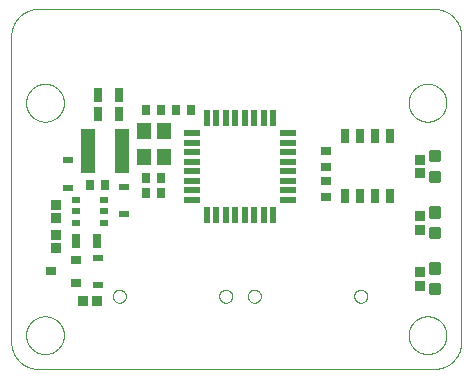
<source format=gtp>
G75*
%MOIN*%
%OFA0B0*%
%FSLAX25Y25*%
%IPPOS*%
%LPD*%
%AMOC8*
5,1,8,0,0,1.08239X$1,22.5*
%
%ADD10C,0.00000*%
%ADD11R,0.02756X0.03543*%
%ADD12R,0.03150X0.04724*%
%ADD13R,0.03268X0.02480*%
%ADD14R,0.04724X0.14567*%
%ADD15R,0.03543X0.03346*%
%ADD16R,0.05709X0.01969*%
%ADD17R,0.01969X0.05709*%
%ADD18R,0.03543X0.02756*%
%ADD19C,0.01181*%
%ADD20R,0.02500X0.05000*%
%ADD21R,0.03150X0.02480*%
%ADD22R,0.04724X0.05512*%
%ADD23R,0.03543X0.03150*%
%ADD24R,0.03346X0.03543*%
D10*
X0014550Y0005550D02*
X0146550Y0005550D01*
X0146767Y0005553D01*
X0146985Y0005561D01*
X0147202Y0005574D01*
X0147419Y0005592D01*
X0147635Y0005616D01*
X0147850Y0005644D01*
X0148065Y0005678D01*
X0148279Y0005718D01*
X0148492Y0005762D01*
X0148704Y0005812D01*
X0148914Y0005866D01*
X0149124Y0005926D01*
X0149331Y0005990D01*
X0149537Y0006060D01*
X0149741Y0006135D01*
X0149944Y0006214D01*
X0150144Y0006299D01*
X0150343Y0006388D01*
X0150539Y0006482D01*
X0150733Y0006581D01*
X0150924Y0006684D01*
X0151113Y0006792D01*
X0151299Y0006905D01*
X0151482Y0007022D01*
X0151663Y0007143D01*
X0151840Y0007269D01*
X0152014Y0007399D01*
X0152186Y0007533D01*
X0152354Y0007671D01*
X0152518Y0007813D01*
X0152679Y0007960D01*
X0152837Y0008110D01*
X0152990Y0008263D01*
X0153140Y0008421D01*
X0153287Y0008582D01*
X0153429Y0008746D01*
X0153567Y0008914D01*
X0153701Y0009086D01*
X0153831Y0009260D01*
X0153957Y0009437D01*
X0154078Y0009618D01*
X0154195Y0009801D01*
X0154308Y0009987D01*
X0154416Y0010176D01*
X0154519Y0010367D01*
X0154618Y0010561D01*
X0154712Y0010757D01*
X0154801Y0010956D01*
X0154886Y0011156D01*
X0154965Y0011359D01*
X0155040Y0011563D01*
X0155110Y0011769D01*
X0155174Y0011976D01*
X0155234Y0012186D01*
X0155288Y0012396D01*
X0155338Y0012608D01*
X0155382Y0012821D01*
X0155422Y0013035D01*
X0155456Y0013250D01*
X0155484Y0013465D01*
X0155508Y0013681D01*
X0155526Y0013898D01*
X0155539Y0014115D01*
X0155547Y0014333D01*
X0155550Y0014550D01*
X0155550Y0116550D01*
X0155547Y0116767D01*
X0155539Y0116985D01*
X0155526Y0117202D01*
X0155508Y0117419D01*
X0155484Y0117635D01*
X0155456Y0117850D01*
X0155422Y0118065D01*
X0155382Y0118279D01*
X0155338Y0118492D01*
X0155288Y0118704D01*
X0155234Y0118914D01*
X0155174Y0119124D01*
X0155110Y0119331D01*
X0155040Y0119537D01*
X0154965Y0119741D01*
X0154886Y0119944D01*
X0154801Y0120144D01*
X0154712Y0120343D01*
X0154618Y0120539D01*
X0154519Y0120733D01*
X0154416Y0120924D01*
X0154308Y0121113D01*
X0154195Y0121299D01*
X0154078Y0121482D01*
X0153957Y0121663D01*
X0153831Y0121840D01*
X0153701Y0122014D01*
X0153567Y0122186D01*
X0153429Y0122354D01*
X0153287Y0122518D01*
X0153140Y0122679D01*
X0152990Y0122837D01*
X0152837Y0122990D01*
X0152679Y0123140D01*
X0152518Y0123287D01*
X0152354Y0123429D01*
X0152186Y0123567D01*
X0152014Y0123701D01*
X0151840Y0123831D01*
X0151663Y0123957D01*
X0151482Y0124078D01*
X0151299Y0124195D01*
X0151113Y0124308D01*
X0150924Y0124416D01*
X0150733Y0124519D01*
X0150539Y0124618D01*
X0150343Y0124712D01*
X0150144Y0124801D01*
X0149944Y0124886D01*
X0149741Y0124965D01*
X0149537Y0125040D01*
X0149331Y0125110D01*
X0149124Y0125174D01*
X0148914Y0125234D01*
X0148704Y0125288D01*
X0148492Y0125338D01*
X0148279Y0125382D01*
X0148065Y0125422D01*
X0147850Y0125456D01*
X0147635Y0125484D01*
X0147419Y0125508D01*
X0147202Y0125526D01*
X0146985Y0125539D01*
X0146767Y0125547D01*
X0146550Y0125550D01*
X0014550Y0125550D01*
X0014333Y0125547D01*
X0014115Y0125539D01*
X0013898Y0125526D01*
X0013681Y0125508D01*
X0013465Y0125484D01*
X0013250Y0125456D01*
X0013035Y0125422D01*
X0012821Y0125382D01*
X0012608Y0125338D01*
X0012396Y0125288D01*
X0012186Y0125234D01*
X0011976Y0125174D01*
X0011769Y0125110D01*
X0011563Y0125040D01*
X0011359Y0124965D01*
X0011156Y0124886D01*
X0010956Y0124801D01*
X0010757Y0124712D01*
X0010561Y0124618D01*
X0010367Y0124519D01*
X0010176Y0124416D01*
X0009987Y0124308D01*
X0009801Y0124195D01*
X0009618Y0124078D01*
X0009437Y0123957D01*
X0009260Y0123831D01*
X0009086Y0123701D01*
X0008914Y0123567D01*
X0008746Y0123429D01*
X0008582Y0123287D01*
X0008421Y0123140D01*
X0008263Y0122990D01*
X0008110Y0122837D01*
X0007960Y0122679D01*
X0007813Y0122518D01*
X0007671Y0122354D01*
X0007533Y0122186D01*
X0007399Y0122014D01*
X0007269Y0121840D01*
X0007143Y0121663D01*
X0007022Y0121482D01*
X0006905Y0121299D01*
X0006792Y0121113D01*
X0006684Y0120924D01*
X0006581Y0120733D01*
X0006482Y0120539D01*
X0006388Y0120343D01*
X0006299Y0120144D01*
X0006214Y0119944D01*
X0006135Y0119741D01*
X0006060Y0119537D01*
X0005990Y0119331D01*
X0005926Y0119124D01*
X0005866Y0118914D01*
X0005812Y0118704D01*
X0005762Y0118492D01*
X0005718Y0118279D01*
X0005678Y0118065D01*
X0005644Y0117850D01*
X0005616Y0117635D01*
X0005592Y0117419D01*
X0005574Y0117202D01*
X0005561Y0116985D01*
X0005553Y0116767D01*
X0005550Y0116550D01*
X0005550Y0014550D01*
X0005553Y0014333D01*
X0005561Y0014115D01*
X0005574Y0013898D01*
X0005592Y0013681D01*
X0005616Y0013465D01*
X0005644Y0013250D01*
X0005678Y0013035D01*
X0005718Y0012821D01*
X0005762Y0012608D01*
X0005812Y0012396D01*
X0005866Y0012186D01*
X0005926Y0011976D01*
X0005990Y0011769D01*
X0006060Y0011563D01*
X0006135Y0011359D01*
X0006214Y0011156D01*
X0006299Y0010956D01*
X0006388Y0010757D01*
X0006482Y0010561D01*
X0006581Y0010367D01*
X0006684Y0010176D01*
X0006792Y0009987D01*
X0006905Y0009801D01*
X0007022Y0009618D01*
X0007143Y0009437D01*
X0007269Y0009260D01*
X0007399Y0009086D01*
X0007533Y0008914D01*
X0007671Y0008746D01*
X0007813Y0008582D01*
X0007960Y0008421D01*
X0008110Y0008263D01*
X0008263Y0008110D01*
X0008421Y0007960D01*
X0008582Y0007813D01*
X0008746Y0007671D01*
X0008914Y0007533D01*
X0009086Y0007399D01*
X0009260Y0007269D01*
X0009437Y0007143D01*
X0009618Y0007022D01*
X0009801Y0006905D01*
X0009987Y0006792D01*
X0010176Y0006684D01*
X0010367Y0006581D01*
X0010561Y0006482D01*
X0010757Y0006388D01*
X0010956Y0006299D01*
X0011156Y0006214D01*
X0011359Y0006135D01*
X0011563Y0006060D01*
X0011769Y0005990D01*
X0011976Y0005926D01*
X0012186Y0005866D01*
X0012396Y0005812D01*
X0012608Y0005762D01*
X0012821Y0005718D01*
X0013035Y0005678D01*
X0013250Y0005644D01*
X0013465Y0005616D01*
X0013681Y0005592D01*
X0013898Y0005574D01*
X0014115Y0005561D01*
X0014333Y0005553D01*
X0014550Y0005550D01*
X0010501Y0016800D02*
X0010503Y0016958D01*
X0010509Y0017116D01*
X0010519Y0017274D01*
X0010533Y0017432D01*
X0010551Y0017589D01*
X0010572Y0017746D01*
X0010598Y0017902D01*
X0010628Y0018058D01*
X0010661Y0018213D01*
X0010699Y0018366D01*
X0010740Y0018519D01*
X0010785Y0018671D01*
X0010834Y0018822D01*
X0010887Y0018971D01*
X0010943Y0019119D01*
X0011003Y0019265D01*
X0011067Y0019410D01*
X0011135Y0019553D01*
X0011206Y0019695D01*
X0011280Y0019835D01*
X0011358Y0019972D01*
X0011440Y0020108D01*
X0011524Y0020242D01*
X0011613Y0020373D01*
X0011704Y0020502D01*
X0011799Y0020629D01*
X0011896Y0020754D01*
X0011997Y0020876D01*
X0012101Y0020995D01*
X0012208Y0021112D01*
X0012318Y0021226D01*
X0012431Y0021337D01*
X0012546Y0021446D01*
X0012664Y0021551D01*
X0012785Y0021653D01*
X0012908Y0021753D01*
X0013034Y0021849D01*
X0013162Y0021942D01*
X0013292Y0022032D01*
X0013425Y0022118D01*
X0013560Y0022202D01*
X0013696Y0022281D01*
X0013835Y0022358D01*
X0013976Y0022430D01*
X0014118Y0022500D01*
X0014262Y0022565D01*
X0014408Y0022627D01*
X0014555Y0022685D01*
X0014704Y0022740D01*
X0014854Y0022791D01*
X0015005Y0022838D01*
X0015157Y0022881D01*
X0015310Y0022920D01*
X0015465Y0022956D01*
X0015620Y0022987D01*
X0015776Y0023015D01*
X0015932Y0023039D01*
X0016089Y0023059D01*
X0016247Y0023075D01*
X0016404Y0023087D01*
X0016563Y0023095D01*
X0016721Y0023099D01*
X0016879Y0023099D01*
X0017037Y0023095D01*
X0017196Y0023087D01*
X0017353Y0023075D01*
X0017511Y0023059D01*
X0017668Y0023039D01*
X0017824Y0023015D01*
X0017980Y0022987D01*
X0018135Y0022956D01*
X0018290Y0022920D01*
X0018443Y0022881D01*
X0018595Y0022838D01*
X0018746Y0022791D01*
X0018896Y0022740D01*
X0019045Y0022685D01*
X0019192Y0022627D01*
X0019338Y0022565D01*
X0019482Y0022500D01*
X0019624Y0022430D01*
X0019765Y0022358D01*
X0019904Y0022281D01*
X0020040Y0022202D01*
X0020175Y0022118D01*
X0020308Y0022032D01*
X0020438Y0021942D01*
X0020566Y0021849D01*
X0020692Y0021753D01*
X0020815Y0021653D01*
X0020936Y0021551D01*
X0021054Y0021446D01*
X0021169Y0021337D01*
X0021282Y0021226D01*
X0021392Y0021112D01*
X0021499Y0020995D01*
X0021603Y0020876D01*
X0021704Y0020754D01*
X0021801Y0020629D01*
X0021896Y0020502D01*
X0021987Y0020373D01*
X0022076Y0020242D01*
X0022160Y0020108D01*
X0022242Y0019972D01*
X0022320Y0019835D01*
X0022394Y0019695D01*
X0022465Y0019553D01*
X0022533Y0019410D01*
X0022597Y0019265D01*
X0022657Y0019119D01*
X0022713Y0018971D01*
X0022766Y0018822D01*
X0022815Y0018671D01*
X0022860Y0018519D01*
X0022901Y0018366D01*
X0022939Y0018213D01*
X0022972Y0018058D01*
X0023002Y0017902D01*
X0023028Y0017746D01*
X0023049Y0017589D01*
X0023067Y0017432D01*
X0023081Y0017274D01*
X0023091Y0017116D01*
X0023097Y0016958D01*
X0023099Y0016800D01*
X0023097Y0016642D01*
X0023091Y0016484D01*
X0023081Y0016326D01*
X0023067Y0016168D01*
X0023049Y0016011D01*
X0023028Y0015854D01*
X0023002Y0015698D01*
X0022972Y0015542D01*
X0022939Y0015387D01*
X0022901Y0015234D01*
X0022860Y0015081D01*
X0022815Y0014929D01*
X0022766Y0014778D01*
X0022713Y0014629D01*
X0022657Y0014481D01*
X0022597Y0014335D01*
X0022533Y0014190D01*
X0022465Y0014047D01*
X0022394Y0013905D01*
X0022320Y0013765D01*
X0022242Y0013628D01*
X0022160Y0013492D01*
X0022076Y0013358D01*
X0021987Y0013227D01*
X0021896Y0013098D01*
X0021801Y0012971D01*
X0021704Y0012846D01*
X0021603Y0012724D01*
X0021499Y0012605D01*
X0021392Y0012488D01*
X0021282Y0012374D01*
X0021169Y0012263D01*
X0021054Y0012154D01*
X0020936Y0012049D01*
X0020815Y0011947D01*
X0020692Y0011847D01*
X0020566Y0011751D01*
X0020438Y0011658D01*
X0020308Y0011568D01*
X0020175Y0011482D01*
X0020040Y0011398D01*
X0019904Y0011319D01*
X0019765Y0011242D01*
X0019624Y0011170D01*
X0019482Y0011100D01*
X0019338Y0011035D01*
X0019192Y0010973D01*
X0019045Y0010915D01*
X0018896Y0010860D01*
X0018746Y0010809D01*
X0018595Y0010762D01*
X0018443Y0010719D01*
X0018290Y0010680D01*
X0018135Y0010644D01*
X0017980Y0010613D01*
X0017824Y0010585D01*
X0017668Y0010561D01*
X0017511Y0010541D01*
X0017353Y0010525D01*
X0017196Y0010513D01*
X0017037Y0010505D01*
X0016879Y0010501D01*
X0016721Y0010501D01*
X0016563Y0010505D01*
X0016404Y0010513D01*
X0016247Y0010525D01*
X0016089Y0010541D01*
X0015932Y0010561D01*
X0015776Y0010585D01*
X0015620Y0010613D01*
X0015465Y0010644D01*
X0015310Y0010680D01*
X0015157Y0010719D01*
X0015005Y0010762D01*
X0014854Y0010809D01*
X0014704Y0010860D01*
X0014555Y0010915D01*
X0014408Y0010973D01*
X0014262Y0011035D01*
X0014118Y0011100D01*
X0013976Y0011170D01*
X0013835Y0011242D01*
X0013696Y0011319D01*
X0013560Y0011398D01*
X0013425Y0011482D01*
X0013292Y0011568D01*
X0013162Y0011658D01*
X0013034Y0011751D01*
X0012908Y0011847D01*
X0012785Y0011947D01*
X0012664Y0012049D01*
X0012546Y0012154D01*
X0012431Y0012263D01*
X0012318Y0012374D01*
X0012208Y0012488D01*
X0012101Y0012605D01*
X0011997Y0012724D01*
X0011896Y0012846D01*
X0011799Y0012971D01*
X0011704Y0013098D01*
X0011613Y0013227D01*
X0011524Y0013358D01*
X0011440Y0013492D01*
X0011358Y0013628D01*
X0011280Y0013765D01*
X0011206Y0013905D01*
X0011135Y0014047D01*
X0011067Y0014190D01*
X0011003Y0014335D01*
X0010943Y0014481D01*
X0010887Y0014629D01*
X0010834Y0014778D01*
X0010785Y0014929D01*
X0010740Y0015081D01*
X0010699Y0015234D01*
X0010661Y0015387D01*
X0010628Y0015542D01*
X0010598Y0015698D01*
X0010572Y0015854D01*
X0010551Y0016011D01*
X0010533Y0016168D01*
X0010519Y0016326D01*
X0010509Y0016484D01*
X0010503Y0016642D01*
X0010501Y0016800D01*
X0039418Y0029782D02*
X0039420Y0029875D01*
X0039426Y0029967D01*
X0039436Y0030059D01*
X0039450Y0030150D01*
X0039467Y0030241D01*
X0039489Y0030331D01*
X0039514Y0030420D01*
X0039543Y0030508D01*
X0039576Y0030594D01*
X0039613Y0030679D01*
X0039653Y0030763D01*
X0039697Y0030844D01*
X0039744Y0030924D01*
X0039794Y0031002D01*
X0039848Y0031077D01*
X0039905Y0031150D01*
X0039965Y0031220D01*
X0040028Y0031288D01*
X0040094Y0031353D01*
X0040162Y0031415D01*
X0040233Y0031475D01*
X0040307Y0031531D01*
X0040383Y0031584D01*
X0040461Y0031633D01*
X0040541Y0031680D01*
X0040623Y0031722D01*
X0040707Y0031762D01*
X0040792Y0031797D01*
X0040879Y0031829D01*
X0040967Y0031858D01*
X0041056Y0031882D01*
X0041146Y0031903D01*
X0041237Y0031919D01*
X0041329Y0031932D01*
X0041421Y0031941D01*
X0041514Y0031946D01*
X0041606Y0031947D01*
X0041699Y0031944D01*
X0041791Y0031937D01*
X0041883Y0031926D01*
X0041974Y0031911D01*
X0042065Y0031893D01*
X0042155Y0031870D01*
X0042243Y0031844D01*
X0042331Y0031814D01*
X0042417Y0031780D01*
X0042501Y0031743D01*
X0042584Y0031701D01*
X0042665Y0031657D01*
X0042745Y0031609D01*
X0042822Y0031558D01*
X0042896Y0031503D01*
X0042969Y0031445D01*
X0043039Y0031385D01*
X0043106Y0031321D01*
X0043170Y0031255D01*
X0043232Y0031185D01*
X0043290Y0031114D01*
X0043345Y0031040D01*
X0043397Y0030963D01*
X0043446Y0030884D01*
X0043492Y0030804D01*
X0043534Y0030721D01*
X0043572Y0030637D01*
X0043607Y0030551D01*
X0043638Y0030464D01*
X0043665Y0030376D01*
X0043688Y0030286D01*
X0043708Y0030196D01*
X0043724Y0030105D01*
X0043736Y0030013D01*
X0043744Y0029921D01*
X0043748Y0029828D01*
X0043748Y0029736D01*
X0043744Y0029643D01*
X0043736Y0029551D01*
X0043724Y0029459D01*
X0043708Y0029368D01*
X0043688Y0029278D01*
X0043665Y0029188D01*
X0043638Y0029100D01*
X0043607Y0029013D01*
X0043572Y0028927D01*
X0043534Y0028843D01*
X0043492Y0028760D01*
X0043446Y0028680D01*
X0043397Y0028601D01*
X0043345Y0028524D01*
X0043290Y0028450D01*
X0043232Y0028379D01*
X0043170Y0028309D01*
X0043106Y0028243D01*
X0043039Y0028179D01*
X0042969Y0028119D01*
X0042896Y0028061D01*
X0042822Y0028006D01*
X0042745Y0027955D01*
X0042666Y0027907D01*
X0042584Y0027863D01*
X0042501Y0027821D01*
X0042417Y0027784D01*
X0042331Y0027750D01*
X0042243Y0027720D01*
X0042155Y0027694D01*
X0042065Y0027671D01*
X0041974Y0027653D01*
X0041883Y0027638D01*
X0041791Y0027627D01*
X0041699Y0027620D01*
X0041606Y0027617D01*
X0041514Y0027618D01*
X0041421Y0027623D01*
X0041329Y0027632D01*
X0041237Y0027645D01*
X0041146Y0027661D01*
X0041056Y0027682D01*
X0040967Y0027706D01*
X0040879Y0027735D01*
X0040792Y0027767D01*
X0040707Y0027802D01*
X0040623Y0027842D01*
X0040541Y0027884D01*
X0040461Y0027931D01*
X0040383Y0027980D01*
X0040307Y0028033D01*
X0040233Y0028089D01*
X0040162Y0028149D01*
X0040094Y0028211D01*
X0040028Y0028276D01*
X0039965Y0028344D01*
X0039905Y0028414D01*
X0039848Y0028487D01*
X0039794Y0028562D01*
X0039744Y0028640D01*
X0039697Y0028720D01*
X0039653Y0028801D01*
X0039613Y0028885D01*
X0039576Y0028970D01*
X0039543Y0029056D01*
X0039514Y0029144D01*
X0039489Y0029233D01*
X0039467Y0029323D01*
X0039450Y0029414D01*
X0039436Y0029505D01*
X0039426Y0029597D01*
X0039420Y0029689D01*
X0039418Y0029782D01*
X0074852Y0029782D02*
X0074854Y0029875D01*
X0074860Y0029967D01*
X0074870Y0030059D01*
X0074884Y0030150D01*
X0074901Y0030241D01*
X0074923Y0030331D01*
X0074948Y0030420D01*
X0074977Y0030508D01*
X0075010Y0030594D01*
X0075047Y0030679D01*
X0075087Y0030763D01*
X0075131Y0030844D01*
X0075178Y0030924D01*
X0075228Y0031002D01*
X0075282Y0031077D01*
X0075339Y0031150D01*
X0075399Y0031220D01*
X0075462Y0031288D01*
X0075528Y0031353D01*
X0075596Y0031415D01*
X0075667Y0031475D01*
X0075741Y0031531D01*
X0075817Y0031584D01*
X0075895Y0031633D01*
X0075975Y0031680D01*
X0076057Y0031722D01*
X0076141Y0031762D01*
X0076226Y0031797D01*
X0076313Y0031829D01*
X0076401Y0031858D01*
X0076490Y0031882D01*
X0076580Y0031903D01*
X0076671Y0031919D01*
X0076763Y0031932D01*
X0076855Y0031941D01*
X0076948Y0031946D01*
X0077040Y0031947D01*
X0077133Y0031944D01*
X0077225Y0031937D01*
X0077317Y0031926D01*
X0077408Y0031911D01*
X0077499Y0031893D01*
X0077589Y0031870D01*
X0077677Y0031844D01*
X0077765Y0031814D01*
X0077851Y0031780D01*
X0077935Y0031743D01*
X0078018Y0031701D01*
X0078099Y0031657D01*
X0078179Y0031609D01*
X0078256Y0031558D01*
X0078330Y0031503D01*
X0078403Y0031445D01*
X0078473Y0031385D01*
X0078540Y0031321D01*
X0078604Y0031255D01*
X0078666Y0031185D01*
X0078724Y0031114D01*
X0078779Y0031040D01*
X0078831Y0030963D01*
X0078880Y0030884D01*
X0078926Y0030804D01*
X0078968Y0030721D01*
X0079006Y0030637D01*
X0079041Y0030551D01*
X0079072Y0030464D01*
X0079099Y0030376D01*
X0079122Y0030286D01*
X0079142Y0030196D01*
X0079158Y0030105D01*
X0079170Y0030013D01*
X0079178Y0029921D01*
X0079182Y0029828D01*
X0079182Y0029736D01*
X0079178Y0029643D01*
X0079170Y0029551D01*
X0079158Y0029459D01*
X0079142Y0029368D01*
X0079122Y0029278D01*
X0079099Y0029188D01*
X0079072Y0029100D01*
X0079041Y0029013D01*
X0079006Y0028927D01*
X0078968Y0028843D01*
X0078926Y0028760D01*
X0078880Y0028680D01*
X0078831Y0028601D01*
X0078779Y0028524D01*
X0078724Y0028450D01*
X0078666Y0028379D01*
X0078604Y0028309D01*
X0078540Y0028243D01*
X0078473Y0028179D01*
X0078403Y0028119D01*
X0078330Y0028061D01*
X0078256Y0028006D01*
X0078179Y0027955D01*
X0078100Y0027907D01*
X0078018Y0027863D01*
X0077935Y0027821D01*
X0077851Y0027784D01*
X0077765Y0027750D01*
X0077677Y0027720D01*
X0077589Y0027694D01*
X0077499Y0027671D01*
X0077408Y0027653D01*
X0077317Y0027638D01*
X0077225Y0027627D01*
X0077133Y0027620D01*
X0077040Y0027617D01*
X0076948Y0027618D01*
X0076855Y0027623D01*
X0076763Y0027632D01*
X0076671Y0027645D01*
X0076580Y0027661D01*
X0076490Y0027682D01*
X0076401Y0027706D01*
X0076313Y0027735D01*
X0076226Y0027767D01*
X0076141Y0027802D01*
X0076057Y0027842D01*
X0075975Y0027884D01*
X0075895Y0027931D01*
X0075817Y0027980D01*
X0075741Y0028033D01*
X0075667Y0028089D01*
X0075596Y0028149D01*
X0075528Y0028211D01*
X0075462Y0028276D01*
X0075399Y0028344D01*
X0075339Y0028414D01*
X0075282Y0028487D01*
X0075228Y0028562D01*
X0075178Y0028640D01*
X0075131Y0028720D01*
X0075087Y0028801D01*
X0075047Y0028885D01*
X0075010Y0028970D01*
X0074977Y0029056D01*
X0074948Y0029144D01*
X0074923Y0029233D01*
X0074901Y0029323D01*
X0074884Y0029414D01*
X0074870Y0029505D01*
X0074860Y0029597D01*
X0074854Y0029689D01*
X0074852Y0029782D01*
X0084418Y0029782D02*
X0084420Y0029875D01*
X0084426Y0029967D01*
X0084436Y0030059D01*
X0084450Y0030150D01*
X0084467Y0030241D01*
X0084489Y0030331D01*
X0084514Y0030420D01*
X0084543Y0030508D01*
X0084576Y0030594D01*
X0084613Y0030679D01*
X0084653Y0030763D01*
X0084697Y0030844D01*
X0084744Y0030924D01*
X0084794Y0031002D01*
X0084848Y0031077D01*
X0084905Y0031150D01*
X0084965Y0031220D01*
X0085028Y0031288D01*
X0085094Y0031353D01*
X0085162Y0031415D01*
X0085233Y0031475D01*
X0085307Y0031531D01*
X0085383Y0031584D01*
X0085461Y0031633D01*
X0085541Y0031680D01*
X0085623Y0031722D01*
X0085707Y0031762D01*
X0085792Y0031797D01*
X0085879Y0031829D01*
X0085967Y0031858D01*
X0086056Y0031882D01*
X0086146Y0031903D01*
X0086237Y0031919D01*
X0086329Y0031932D01*
X0086421Y0031941D01*
X0086514Y0031946D01*
X0086606Y0031947D01*
X0086699Y0031944D01*
X0086791Y0031937D01*
X0086883Y0031926D01*
X0086974Y0031911D01*
X0087065Y0031893D01*
X0087155Y0031870D01*
X0087243Y0031844D01*
X0087331Y0031814D01*
X0087417Y0031780D01*
X0087501Y0031743D01*
X0087584Y0031701D01*
X0087665Y0031657D01*
X0087745Y0031609D01*
X0087822Y0031558D01*
X0087896Y0031503D01*
X0087969Y0031445D01*
X0088039Y0031385D01*
X0088106Y0031321D01*
X0088170Y0031255D01*
X0088232Y0031185D01*
X0088290Y0031114D01*
X0088345Y0031040D01*
X0088397Y0030963D01*
X0088446Y0030884D01*
X0088492Y0030804D01*
X0088534Y0030721D01*
X0088572Y0030637D01*
X0088607Y0030551D01*
X0088638Y0030464D01*
X0088665Y0030376D01*
X0088688Y0030286D01*
X0088708Y0030196D01*
X0088724Y0030105D01*
X0088736Y0030013D01*
X0088744Y0029921D01*
X0088748Y0029828D01*
X0088748Y0029736D01*
X0088744Y0029643D01*
X0088736Y0029551D01*
X0088724Y0029459D01*
X0088708Y0029368D01*
X0088688Y0029278D01*
X0088665Y0029188D01*
X0088638Y0029100D01*
X0088607Y0029013D01*
X0088572Y0028927D01*
X0088534Y0028843D01*
X0088492Y0028760D01*
X0088446Y0028680D01*
X0088397Y0028601D01*
X0088345Y0028524D01*
X0088290Y0028450D01*
X0088232Y0028379D01*
X0088170Y0028309D01*
X0088106Y0028243D01*
X0088039Y0028179D01*
X0087969Y0028119D01*
X0087896Y0028061D01*
X0087822Y0028006D01*
X0087745Y0027955D01*
X0087666Y0027907D01*
X0087584Y0027863D01*
X0087501Y0027821D01*
X0087417Y0027784D01*
X0087331Y0027750D01*
X0087243Y0027720D01*
X0087155Y0027694D01*
X0087065Y0027671D01*
X0086974Y0027653D01*
X0086883Y0027638D01*
X0086791Y0027627D01*
X0086699Y0027620D01*
X0086606Y0027617D01*
X0086514Y0027618D01*
X0086421Y0027623D01*
X0086329Y0027632D01*
X0086237Y0027645D01*
X0086146Y0027661D01*
X0086056Y0027682D01*
X0085967Y0027706D01*
X0085879Y0027735D01*
X0085792Y0027767D01*
X0085707Y0027802D01*
X0085623Y0027842D01*
X0085541Y0027884D01*
X0085461Y0027931D01*
X0085383Y0027980D01*
X0085307Y0028033D01*
X0085233Y0028089D01*
X0085162Y0028149D01*
X0085094Y0028211D01*
X0085028Y0028276D01*
X0084965Y0028344D01*
X0084905Y0028414D01*
X0084848Y0028487D01*
X0084794Y0028562D01*
X0084744Y0028640D01*
X0084697Y0028720D01*
X0084653Y0028801D01*
X0084613Y0028885D01*
X0084576Y0028970D01*
X0084543Y0029056D01*
X0084514Y0029144D01*
X0084489Y0029233D01*
X0084467Y0029323D01*
X0084450Y0029414D01*
X0084436Y0029505D01*
X0084426Y0029597D01*
X0084420Y0029689D01*
X0084418Y0029782D01*
X0119852Y0029782D02*
X0119854Y0029875D01*
X0119860Y0029967D01*
X0119870Y0030059D01*
X0119884Y0030150D01*
X0119901Y0030241D01*
X0119923Y0030331D01*
X0119948Y0030420D01*
X0119977Y0030508D01*
X0120010Y0030594D01*
X0120047Y0030679D01*
X0120087Y0030763D01*
X0120131Y0030844D01*
X0120178Y0030924D01*
X0120228Y0031002D01*
X0120282Y0031077D01*
X0120339Y0031150D01*
X0120399Y0031220D01*
X0120462Y0031288D01*
X0120528Y0031353D01*
X0120596Y0031415D01*
X0120667Y0031475D01*
X0120741Y0031531D01*
X0120817Y0031584D01*
X0120895Y0031633D01*
X0120975Y0031680D01*
X0121057Y0031722D01*
X0121141Y0031762D01*
X0121226Y0031797D01*
X0121313Y0031829D01*
X0121401Y0031858D01*
X0121490Y0031882D01*
X0121580Y0031903D01*
X0121671Y0031919D01*
X0121763Y0031932D01*
X0121855Y0031941D01*
X0121948Y0031946D01*
X0122040Y0031947D01*
X0122133Y0031944D01*
X0122225Y0031937D01*
X0122317Y0031926D01*
X0122408Y0031911D01*
X0122499Y0031893D01*
X0122589Y0031870D01*
X0122677Y0031844D01*
X0122765Y0031814D01*
X0122851Y0031780D01*
X0122935Y0031743D01*
X0123018Y0031701D01*
X0123099Y0031657D01*
X0123179Y0031609D01*
X0123256Y0031558D01*
X0123330Y0031503D01*
X0123403Y0031445D01*
X0123473Y0031385D01*
X0123540Y0031321D01*
X0123604Y0031255D01*
X0123666Y0031185D01*
X0123724Y0031114D01*
X0123779Y0031040D01*
X0123831Y0030963D01*
X0123880Y0030884D01*
X0123926Y0030804D01*
X0123968Y0030721D01*
X0124006Y0030637D01*
X0124041Y0030551D01*
X0124072Y0030464D01*
X0124099Y0030376D01*
X0124122Y0030286D01*
X0124142Y0030196D01*
X0124158Y0030105D01*
X0124170Y0030013D01*
X0124178Y0029921D01*
X0124182Y0029828D01*
X0124182Y0029736D01*
X0124178Y0029643D01*
X0124170Y0029551D01*
X0124158Y0029459D01*
X0124142Y0029368D01*
X0124122Y0029278D01*
X0124099Y0029188D01*
X0124072Y0029100D01*
X0124041Y0029013D01*
X0124006Y0028927D01*
X0123968Y0028843D01*
X0123926Y0028760D01*
X0123880Y0028680D01*
X0123831Y0028601D01*
X0123779Y0028524D01*
X0123724Y0028450D01*
X0123666Y0028379D01*
X0123604Y0028309D01*
X0123540Y0028243D01*
X0123473Y0028179D01*
X0123403Y0028119D01*
X0123330Y0028061D01*
X0123256Y0028006D01*
X0123179Y0027955D01*
X0123100Y0027907D01*
X0123018Y0027863D01*
X0122935Y0027821D01*
X0122851Y0027784D01*
X0122765Y0027750D01*
X0122677Y0027720D01*
X0122589Y0027694D01*
X0122499Y0027671D01*
X0122408Y0027653D01*
X0122317Y0027638D01*
X0122225Y0027627D01*
X0122133Y0027620D01*
X0122040Y0027617D01*
X0121948Y0027618D01*
X0121855Y0027623D01*
X0121763Y0027632D01*
X0121671Y0027645D01*
X0121580Y0027661D01*
X0121490Y0027682D01*
X0121401Y0027706D01*
X0121313Y0027735D01*
X0121226Y0027767D01*
X0121141Y0027802D01*
X0121057Y0027842D01*
X0120975Y0027884D01*
X0120895Y0027931D01*
X0120817Y0027980D01*
X0120741Y0028033D01*
X0120667Y0028089D01*
X0120596Y0028149D01*
X0120528Y0028211D01*
X0120462Y0028276D01*
X0120399Y0028344D01*
X0120339Y0028414D01*
X0120282Y0028487D01*
X0120228Y0028562D01*
X0120178Y0028640D01*
X0120131Y0028720D01*
X0120087Y0028801D01*
X0120047Y0028885D01*
X0120010Y0028970D01*
X0119977Y0029056D01*
X0119948Y0029144D01*
X0119923Y0029233D01*
X0119901Y0029323D01*
X0119884Y0029414D01*
X0119870Y0029505D01*
X0119860Y0029597D01*
X0119854Y0029689D01*
X0119852Y0029782D01*
X0138001Y0016800D02*
X0138003Y0016958D01*
X0138009Y0017116D01*
X0138019Y0017274D01*
X0138033Y0017432D01*
X0138051Y0017589D01*
X0138072Y0017746D01*
X0138098Y0017902D01*
X0138128Y0018058D01*
X0138161Y0018213D01*
X0138199Y0018366D01*
X0138240Y0018519D01*
X0138285Y0018671D01*
X0138334Y0018822D01*
X0138387Y0018971D01*
X0138443Y0019119D01*
X0138503Y0019265D01*
X0138567Y0019410D01*
X0138635Y0019553D01*
X0138706Y0019695D01*
X0138780Y0019835D01*
X0138858Y0019972D01*
X0138940Y0020108D01*
X0139024Y0020242D01*
X0139113Y0020373D01*
X0139204Y0020502D01*
X0139299Y0020629D01*
X0139396Y0020754D01*
X0139497Y0020876D01*
X0139601Y0020995D01*
X0139708Y0021112D01*
X0139818Y0021226D01*
X0139931Y0021337D01*
X0140046Y0021446D01*
X0140164Y0021551D01*
X0140285Y0021653D01*
X0140408Y0021753D01*
X0140534Y0021849D01*
X0140662Y0021942D01*
X0140792Y0022032D01*
X0140925Y0022118D01*
X0141060Y0022202D01*
X0141196Y0022281D01*
X0141335Y0022358D01*
X0141476Y0022430D01*
X0141618Y0022500D01*
X0141762Y0022565D01*
X0141908Y0022627D01*
X0142055Y0022685D01*
X0142204Y0022740D01*
X0142354Y0022791D01*
X0142505Y0022838D01*
X0142657Y0022881D01*
X0142810Y0022920D01*
X0142965Y0022956D01*
X0143120Y0022987D01*
X0143276Y0023015D01*
X0143432Y0023039D01*
X0143589Y0023059D01*
X0143747Y0023075D01*
X0143904Y0023087D01*
X0144063Y0023095D01*
X0144221Y0023099D01*
X0144379Y0023099D01*
X0144537Y0023095D01*
X0144696Y0023087D01*
X0144853Y0023075D01*
X0145011Y0023059D01*
X0145168Y0023039D01*
X0145324Y0023015D01*
X0145480Y0022987D01*
X0145635Y0022956D01*
X0145790Y0022920D01*
X0145943Y0022881D01*
X0146095Y0022838D01*
X0146246Y0022791D01*
X0146396Y0022740D01*
X0146545Y0022685D01*
X0146692Y0022627D01*
X0146838Y0022565D01*
X0146982Y0022500D01*
X0147124Y0022430D01*
X0147265Y0022358D01*
X0147404Y0022281D01*
X0147540Y0022202D01*
X0147675Y0022118D01*
X0147808Y0022032D01*
X0147938Y0021942D01*
X0148066Y0021849D01*
X0148192Y0021753D01*
X0148315Y0021653D01*
X0148436Y0021551D01*
X0148554Y0021446D01*
X0148669Y0021337D01*
X0148782Y0021226D01*
X0148892Y0021112D01*
X0148999Y0020995D01*
X0149103Y0020876D01*
X0149204Y0020754D01*
X0149301Y0020629D01*
X0149396Y0020502D01*
X0149487Y0020373D01*
X0149576Y0020242D01*
X0149660Y0020108D01*
X0149742Y0019972D01*
X0149820Y0019835D01*
X0149894Y0019695D01*
X0149965Y0019553D01*
X0150033Y0019410D01*
X0150097Y0019265D01*
X0150157Y0019119D01*
X0150213Y0018971D01*
X0150266Y0018822D01*
X0150315Y0018671D01*
X0150360Y0018519D01*
X0150401Y0018366D01*
X0150439Y0018213D01*
X0150472Y0018058D01*
X0150502Y0017902D01*
X0150528Y0017746D01*
X0150549Y0017589D01*
X0150567Y0017432D01*
X0150581Y0017274D01*
X0150591Y0017116D01*
X0150597Y0016958D01*
X0150599Y0016800D01*
X0150597Y0016642D01*
X0150591Y0016484D01*
X0150581Y0016326D01*
X0150567Y0016168D01*
X0150549Y0016011D01*
X0150528Y0015854D01*
X0150502Y0015698D01*
X0150472Y0015542D01*
X0150439Y0015387D01*
X0150401Y0015234D01*
X0150360Y0015081D01*
X0150315Y0014929D01*
X0150266Y0014778D01*
X0150213Y0014629D01*
X0150157Y0014481D01*
X0150097Y0014335D01*
X0150033Y0014190D01*
X0149965Y0014047D01*
X0149894Y0013905D01*
X0149820Y0013765D01*
X0149742Y0013628D01*
X0149660Y0013492D01*
X0149576Y0013358D01*
X0149487Y0013227D01*
X0149396Y0013098D01*
X0149301Y0012971D01*
X0149204Y0012846D01*
X0149103Y0012724D01*
X0148999Y0012605D01*
X0148892Y0012488D01*
X0148782Y0012374D01*
X0148669Y0012263D01*
X0148554Y0012154D01*
X0148436Y0012049D01*
X0148315Y0011947D01*
X0148192Y0011847D01*
X0148066Y0011751D01*
X0147938Y0011658D01*
X0147808Y0011568D01*
X0147675Y0011482D01*
X0147540Y0011398D01*
X0147404Y0011319D01*
X0147265Y0011242D01*
X0147124Y0011170D01*
X0146982Y0011100D01*
X0146838Y0011035D01*
X0146692Y0010973D01*
X0146545Y0010915D01*
X0146396Y0010860D01*
X0146246Y0010809D01*
X0146095Y0010762D01*
X0145943Y0010719D01*
X0145790Y0010680D01*
X0145635Y0010644D01*
X0145480Y0010613D01*
X0145324Y0010585D01*
X0145168Y0010561D01*
X0145011Y0010541D01*
X0144853Y0010525D01*
X0144696Y0010513D01*
X0144537Y0010505D01*
X0144379Y0010501D01*
X0144221Y0010501D01*
X0144063Y0010505D01*
X0143904Y0010513D01*
X0143747Y0010525D01*
X0143589Y0010541D01*
X0143432Y0010561D01*
X0143276Y0010585D01*
X0143120Y0010613D01*
X0142965Y0010644D01*
X0142810Y0010680D01*
X0142657Y0010719D01*
X0142505Y0010762D01*
X0142354Y0010809D01*
X0142204Y0010860D01*
X0142055Y0010915D01*
X0141908Y0010973D01*
X0141762Y0011035D01*
X0141618Y0011100D01*
X0141476Y0011170D01*
X0141335Y0011242D01*
X0141196Y0011319D01*
X0141060Y0011398D01*
X0140925Y0011482D01*
X0140792Y0011568D01*
X0140662Y0011658D01*
X0140534Y0011751D01*
X0140408Y0011847D01*
X0140285Y0011947D01*
X0140164Y0012049D01*
X0140046Y0012154D01*
X0139931Y0012263D01*
X0139818Y0012374D01*
X0139708Y0012488D01*
X0139601Y0012605D01*
X0139497Y0012724D01*
X0139396Y0012846D01*
X0139299Y0012971D01*
X0139204Y0013098D01*
X0139113Y0013227D01*
X0139024Y0013358D01*
X0138940Y0013492D01*
X0138858Y0013628D01*
X0138780Y0013765D01*
X0138706Y0013905D01*
X0138635Y0014047D01*
X0138567Y0014190D01*
X0138503Y0014335D01*
X0138443Y0014481D01*
X0138387Y0014629D01*
X0138334Y0014778D01*
X0138285Y0014929D01*
X0138240Y0015081D01*
X0138199Y0015234D01*
X0138161Y0015387D01*
X0138128Y0015542D01*
X0138098Y0015698D01*
X0138072Y0015854D01*
X0138051Y0016011D01*
X0138033Y0016168D01*
X0138019Y0016326D01*
X0138009Y0016484D01*
X0138003Y0016642D01*
X0138001Y0016800D01*
X0138001Y0094300D02*
X0138003Y0094458D01*
X0138009Y0094616D01*
X0138019Y0094774D01*
X0138033Y0094932D01*
X0138051Y0095089D01*
X0138072Y0095246D01*
X0138098Y0095402D01*
X0138128Y0095558D01*
X0138161Y0095713D01*
X0138199Y0095866D01*
X0138240Y0096019D01*
X0138285Y0096171D01*
X0138334Y0096322D01*
X0138387Y0096471D01*
X0138443Y0096619D01*
X0138503Y0096765D01*
X0138567Y0096910D01*
X0138635Y0097053D01*
X0138706Y0097195D01*
X0138780Y0097335D01*
X0138858Y0097472D01*
X0138940Y0097608D01*
X0139024Y0097742D01*
X0139113Y0097873D01*
X0139204Y0098002D01*
X0139299Y0098129D01*
X0139396Y0098254D01*
X0139497Y0098376D01*
X0139601Y0098495D01*
X0139708Y0098612D01*
X0139818Y0098726D01*
X0139931Y0098837D01*
X0140046Y0098946D01*
X0140164Y0099051D01*
X0140285Y0099153D01*
X0140408Y0099253D01*
X0140534Y0099349D01*
X0140662Y0099442D01*
X0140792Y0099532D01*
X0140925Y0099618D01*
X0141060Y0099702D01*
X0141196Y0099781D01*
X0141335Y0099858D01*
X0141476Y0099930D01*
X0141618Y0100000D01*
X0141762Y0100065D01*
X0141908Y0100127D01*
X0142055Y0100185D01*
X0142204Y0100240D01*
X0142354Y0100291D01*
X0142505Y0100338D01*
X0142657Y0100381D01*
X0142810Y0100420D01*
X0142965Y0100456D01*
X0143120Y0100487D01*
X0143276Y0100515D01*
X0143432Y0100539D01*
X0143589Y0100559D01*
X0143747Y0100575D01*
X0143904Y0100587D01*
X0144063Y0100595D01*
X0144221Y0100599D01*
X0144379Y0100599D01*
X0144537Y0100595D01*
X0144696Y0100587D01*
X0144853Y0100575D01*
X0145011Y0100559D01*
X0145168Y0100539D01*
X0145324Y0100515D01*
X0145480Y0100487D01*
X0145635Y0100456D01*
X0145790Y0100420D01*
X0145943Y0100381D01*
X0146095Y0100338D01*
X0146246Y0100291D01*
X0146396Y0100240D01*
X0146545Y0100185D01*
X0146692Y0100127D01*
X0146838Y0100065D01*
X0146982Y0100000D01*
X0147124Y0099930D01*
X0147265Y0099858D01*
X0147404Y0099781D01*
X0147540Y0099702D01*
X0147675Y0099618D01*
X0147808Y0099532D01*
X0147938Y0099442D01*
X0148066Y0099349D01*
X0148192Y0099253D01*
X0148315Y0099153D01*
X0148436Y0099051D01*
X0148554Y0098946D01*
X0148669Y0098837D01*
X0148782Y0098726D01*
X0148892Y0098612D01*
X0148999Y0098495D01*
X0149103Y0098376D01*
X0149204Y0098254D01*
X0149301Y0098129D01*
X0149396Y0098002D01*
X0149487Y0097873D01*
X0149576Y0097742D01*
X0149660Y0097608D01*
X0149742Y0097472D01*
X0149820Y0097335D01*
X0149894Y0097195D01*
X0149965Y0097053D01*
X0150033Y0096910D01*
X0150097Y0096765D01*
X0150157Y0096619D01*
X0150213Y0096471D01*
X0150266Y0096322D01*
X0150315Y0096171D01*
X0150360Y0096019D01*
X0150401Y0095866D01*
X0150439Y0095713D01*
X0150472Y0095558D01*
X0150502Y0095402D01*
X0150528Y0095246D01*
X0150549Y0095089D01*
X0150567Y0094932D01*
X0150581Y0094774D01*
X0150591Y0094616D01*
X0150597Y0094458D01*
X0150599Y0094300D01*
X0150597Y0094142D01*
X0150591Y0093984D01*
X0150581Y0093826D01*
X0150567Y0093668D01*
X0150549Y0093511D01*
X0150528Y0093354D01*
X0150502Y0093198D01*
X0150472Y0093042D01*
X0150439Y0092887D01*
X0150401Y0092734D01*
X0150360Y0092581D01*
X0150315Y0092429D01*
X0150266Y0092278D01*
X0150213Y0092129D01*
X0150157Y0091981D01*
X0150097Y0091835D01*
X0150033Y0091690D01*
X0149965Y0091547D01*
X0149894Y0091405D01*
X0149820Y0091265D01*
X0149742Y0091128D01*
X0149660Y0090992D01*
X0149576Y0090858D01*
X0149487Y0090727D01*
X0149396Y0090598D01*
X0149301Y0090471D01*
X0149204Y0090346D01*
X0149103Y0090224D01*
X0148999Y0090105D01*
X0148892Y0089988D01*
X0148782Y0089874D01*
X0148669Y0089763D01*
X0148554Y0089654D01*
X0148436Y0089549D01*
X0148315Y0089447D01*
X0148192Y0089347D01*
X0148066Y0089251D01*
X0147938Y0089158D01*
X0147808Y0089068D01*
X0147675Y0088982D01*
X0147540Y0088898D01*
X0147404Y0088819D01*
X0147265Y0088742D01*
X0147124Y0088670D01*
X0146982Y0088600D01*
X0146838Y0088535D01*
X0146692Y0088473D01*
X0146545Y0088415D01*
X0146396Y0088360D01*
X0146246Y0088309D01*
X0146095Y0088262D01*
X0145943Y0088219D01*
X0145790Y0088180D01*
X0145635Y0088144D01*
X0145480Y0088113D01*
X0145324Y0088085D01*
X0145168Y0088061D01*
X0145011Y0088041D01*
X0144853Y0088025D01*
X0144696Y0088013D01*
X0144537Y0088005D01*
X0144379Y0088001D01*
X0144221Y0088001D01*
X0144063Y0088005D01*
X0143904Y0088013D01*
X0143747Y0088025D01*
X0143589Y0088041D01*
X0143432Y0088061D01*
X0143276Y0088085D01*
X0143120Y0088113D01*
X0142965Y0088144D01*
X0142810Y0088180D01*
X0142657Y0088219D01*
X0142505Y0088262D01*
X0142354Y0088309D01*
X0142204Y0088360D01*
X0142055Y0088415D01*
X0141908Y0088473D01*
X0141762Y0088535D01*
X0141618Y0088600D01*
X0141476Y0088670D01*
X0141335Y0088742D01*
X0141196Y0088819D01*
X0141060Y0088898D01*
X0140925Y0088982D01*
X0140792Y0089068D01*
X0140662Y0089158D01*
X0140534Y0089251D01*
X0140408Y0089347D01*
X0140285Y0089447D01*
X0140164Y0089549D01*
X0140046Y0089654D01*
X0139931Y0089763D01*
X0139818Y0089874D01*
X0139708Y0089988D01*
X0139601Y0090105D01*
X0139497Y0090224D01*
X0139396Y0090346D01*
X0139299Y0090471D01*
X0139204Y0090598D01*
X0139113Y0090727D01*
X0139024Y0090858D01*
X0138940Y0090992D01*
X0138858Y0091128D01*
X0138780Y0091265D01*
X0138706Y0091405D01*
X0138635Y0091547D01*
X0138567Y0091690D01*
X0138503Y0091835D01*
X0138443Y0091981D01*
X0138387Y0092129D01*
X0138334Y0092278D01*
X0138285Y0092429D01*
X0138240Y0092581D01*
X0138199Y0092734D01*
X0138161Y0092887D01*
X0138128Y0093042D01*
X0138098Y0093198D01*
X0138072Y0093354D01*
X0138051Y0093511D01*
X0138033Y0093668D01*
X0138019Y0093826D01*
X0138009Y0093984D01*
X0138003Y0094142D01*
X0138001Y0094300D01*
X0010501Y0094300D02*
X0010503Y0094458D01*
X0010509Y0094616D01*
X0010519Y0094774D01*
X0010533Y0094932D01*
X0010551Y0095089D01*
X0010572Y0095246D01*
X0010598Y0095402D01*
X0010628Y0095558D01*
X0010661Y0095713D01*
X0010699Y0095866D01*
X0010740Y0096019D01*
X0010785Y0096171D01*
X0010834Y0096322D01*
X0010887Y0096471D01*
X0010943Y0096619D01*
X0011003Y0096765D01*
X0011067Y0096910D01*
X0011135Y0097053D01*
X0011206Y0097195D01*
X0011280Y0097335D01*
X0011358Y0097472D01*
X0011440Y0097608D01*
X0011524Y0097742D01*
X0011613Y0097873D01*
X0011704Y0098002D01*
X0011799Y0098129D01*
X0011896Y0098254D01*
X0011997Y0098376D01*
X0012101Y0098495D01*
X0012208Y0098612D01*
X0012318Y0098726D01*
X0012431Y0098837D01*
X0012546Y0098946D01*
X0012664Y0099051D01*
X0012785Y0099153D01*
X0012908Y0099253D01*
X0013034Y0099349D01*
X0013162Y0099442D01*
X0013292Y0099532D01*
X0013425Y0099618D01*
X0013560Y0099702D01*
X0013696Y0099781D01*
X0013835Y0099858D01*
X0013976Y0099930D01*
X0014118Y0100000D01*
X0014262Y0100065D01*
X0014408Y0100127D01*
X0014555Y0100185D01*
X0014704Y0100240D01*
X0014854Y0100291D01*
X0015005Y0100338D01*
X0015157Y0100381D01*
X0015310Y0100420D01*
X0015465Y0100456D01*
X0015620Y0100487D01*
X0015776Y0100515D01*
X0015932Y0100539D01*
X0016089Y0100559D01*
X0016247Y0100575D01*
X0016404Y0100587D01*
X0016563Y0100595D01*
X0016721Y0100599D01*
X0016879Y0100599D01*
X0017037Y0100595D01*
X0017196Y0100587D01*
X0017353Y0100575D01*
X0017511Y0100559D01*
X0017668Y0100539D01*
X0017824Y0100515D01*
X0017980Y0100487D01*
X0018135Y0100456D01*
X0018290Y0100420D01*
X0018443Y0100381D01*
X0018595Y0100338D01*
X0018746Y0100291D01*
X0018896Y0100240D01*
X0019045Y0100185D01*
X0019192Y0100127D01*
X0019338Y0100065D01*
X0019482Y0100000D01*
X0019624Y0099930D01*
X0019765Y0099858D01*
X0019904Y0099781D01*
X0020040Y0099702D01*
X0020175Y0099618D01*
X0020308Y0099532D01*
X0020438Y0099442D01*
X0020566Y0099349D01*
X0020692Y0099253D01*
X0020815Y0099153D01*
X0020936Y0099051D01*
X0021054Y0098946D01*
X0021169Y0098837D01*
X0021282Y0098726D01*
X0021392Y0098612D01*
X0021499Y0098495D01*
X0021603Y0098376D01*
X0021704Y0098254D01*
X0021801Y0098129D01*
X0021896Y0098002D01*
X0021987Y0097873D01*
X0022076Y0097742D01*
X0022160Y0097608D01*
X0022242Y0097472D01*
X0022320Y0097335D01*
X0022394Y0097195D01*
X0022465Y0097053D01*
X0022533Y0096910D01*
X0022597Y0096765D01*
X0022657Y0096619D01*
X0022713Y0096471D01*
X0022766Y0096322D01*
X0022815Y0096171D01*
X0022860Y0096019D01*
X0022901Y0095866D01*
X0022939Y0095713D01*
X0022972Y0095558D01*
X0023002Y0095402D01*
X0023028Y0095246D01*
X0023049Y0095089D01*
X0023067Y0094932D01*
X0023081Y0094774D01*
X0023091Y0094616D01*
X0023097Y0094458D01*
X0023099Y0094300D01*
X0023097Y0094142D01*
X0023091Y0093984D01*
X0023081Y0093826D01*
X0023067Y0093668D01*
X0023049Y0093511D01*
X0023028Y0093354D01*
X0023002Y0093198D01*
X0022972Y0093042D01*
X0022939Y0092887D01*
X0022901Y0092734D01*
X0022860Y0092581D01*
X0022815Y0092429D01*
X0022766Y0092278D01*
X0022713Y0092129D01*
X0022657Y0091981D01*
X0022597Y0091835D01*
X0022533Y0091690D01*
X0022465Y0091547D01*
X0022394Y0091405D01*
X0022320Y0091265D01*
X0022242Y0091128D01*
X0022160Y0090992D01*
X0022076Y0090858D01*
X0021987Y0090727D01*
X0021896Y0090598D01*
X0021801Y0090471D01*
X0021704Y0090346D01*
X0021603Y0090224D01*
X0021499Y0090105D01*
X0021392Y0089988D01*
X0021282Y0089874D01*
X0021169Y0089763D01*
X0021054Y0089654D01*
X0020936Y0089549D01*
X0020815Y0089447D01*
X0020692Y0089347D01*
X0020566Y0089251D01*
X0020438Y0089158D01*
X0020308Y0089068D01*
X0020175Y0088982D01*
X0020040Y0088898D01*
X0019904Y0088819D01*
X0019765Y0088742D01*
X0019624Y0088670D01*
X0019482Y0088600D01*
X0019338Y0088535D01*
X0019192Y0088473D01*
X0019045Y0088415D01*
X0018896Y0088360D01*
X0018746Y0088309D01*
X0018595Y0088262D01*
X0018443Y0088219D01*
X0018290Y0088180D01*
X0018135Y0088144D01*
X0017980Y0088113D01*
X0017824Y0088085D01*
X0017668Y0088061D01*
X0017511Y0088041D01*
X0017353Y0088025D01*
X0017196Y0088013D01*
X0017037Y0088005D01*
X0016879Y0088001D01*
X0016721Y0088001D01*
X0016563Y0088005D01*
X0016404Y0088013D01*
X0016247Y0088025D01*
X0016089Y0088041D01*
X0015932Y0088061D01*
X0015776Y0088085D01*
X0015620Y0088113D01*
X0015465Y0088144D01*
X0015310Y0088180D01*
X0015157Y0088219D01*
X0015005Y0088262D01*
X0014854Y0088309D01*
X0014704Y0088360D01*
X0014555Y0088415D01*
X0014408Y0088473D01*
X0014262Y0088535D01*
X0014118Y0088600D01*
X0013976Y0088670D01*
X0013835Y0088742D01*
X0013696Y0088819D01*
X0013560Y0088898D01*
X0013425Y0088982D01*
X0013292Y0089068D01*
X0013162Y0089158D01*
X0013034Y0089251D01*
X0012908Y0089347D01*
X0012785Y0089447D01*
X0012664Y0089549D01*
X0012546Y0089654D01*
X0012431Y0089763D01*
X0012318Y0089874D01*
X0012208Y0089988D01*
X0012101Y0090105D01*
X0011997Y0090224D01*
X0011896Y0090346D01*
X0011799Y0090471D01*
X0011704Y0090598D01*
X0011613Y0090727D01*
X0011524Y0090858D01*
X0011440Y0090992D01*
X0011358Y0091128D01*
X0011280Y0091265D01*
X0011206Y0091405D01*
X0011135Y0091547D01*
X0011067Y0091690D01*
X0011003Y0091835D01*
X0010943Y0091981D01*
X0010887Y0092129D01*
X0010834Y0092278D01*
X0010785Y0092429D01*
X0010740Y0092581D01*
X0010699Y0092734D01*
X0010661Y0092887D01*
X0010628Y0093042D01*
X0010598Y0093198D01*
X0010572Y0093354D01*
X0010551Y0093511D01*
X0010533Y0093668D01*
X0010519Y0093826D01*
X0010509Y0093984D01*
X0010503Y0094142D01*
X0010501Y0094300D01*
D11*
X0031741Y0066800D03*
X0036859Y0066800D03*
X0050491Y0064300D03*
X0050491Y0069300D03*
X0055609Y0069300D03*
X0055609Y0064300D03*
X0055609Y0091800D03*
X0060491Y0091800D03*
X0065609Y0091800D03*
X0050491Y0091800D03*
D12*
X0041593Y0090550D03*
X0041593Y0096800D03*
X0034507Y0096800D03*
X0034507Y0090550D03*
X0034093Y0048050D03*
X0027007Y0048050D03*
D13*
X0034300Y0042578D03*
X0034300Y0033522D03*
X0043050Y0057272D03*
X0043050Y0066328D03*
X0024300Y0066022D03*
X0024300Y0075078D03*
D14*
X0031288Y0078050D03*
X0042312Y0078050D03*
D15*
X0020550Y0060333D03*
X0020550Y0055767D03*
X0020550Y0050333D03*
X0020550Y0045767D03*
X0141800Y0052017D03*
X0141800Y0056583D03*
X0141800Y0070767D03*
X0141800Y0075333D03*
X0141800Y0037833D03*
X0141800Y0033267D03*
D16*
X0097942Y0062026D03*
X0097942Y0065176D03*
X0097942Y0068326D03*
X0097942Y0071475D03*
X0097942Y0074625D03*
X0097942Y0077774D03*
X0097942Y0080924D03*
X0097942Y0084074D03*
X0065658Y0084074D03*
X0065658Y0080924D03*
X0065658Y0077774D03*
X0065658Y0074625D03*
X0065658Y0071475D03*
X0065658Y0068326D03*
X0065658Y0065176D03*
X0065658Y0062026D03*
D17*
X0070776Y0056908D03*
X0073926Y0056908D03*
X0077076Y0056908D03*
X0080225Y0056908D03*
X0083375Y0056908D03*
X0086524Y0056908D03*
X0089674Y0056908D03*
X0092824Y0056908D03*
X0092824Y0089192D03*
X0089674Y0089192D03*
X0086524Y0089192D03*
X0083375Y0089192D03*
X0080225Y0089192D03*
X0077076Y0089192D03*
X0073926Y0089192D03*
X0070776Y0089192D03*
D18*
X0110550Y0078109D03*
X0110550Y0072991D03*
X0110550Y0068109D03*
X0110550Y0062991D03*
D19*
X0145422Y0056375D02*
X0148178Y0056375D01*
X0145422Y0056375D02*
X0145422Y0059131D01*
X0148178Y0059131D01*
X0148178Y0056375D01*
X0148178Y0057555D02*
X0145422Y0057555D01*
X0145422Y0058735D02*
X0148178Y0058735D01*
X0148178Y0049469D02*
X0145422Y0049469D01*
X0145422Y0052225D01*
X0148178Y0052225D01*
X0148178Y0049469D01*
X0148178Y0050649D02*
X0145422Y0050649D01*
X0145422Y0051829D02*
X0148178Y0051829D01*
X0148178Y0037625D02*
X0145422Y0037625D01*
X0145422Y0040381D01*
X0148178Y0040381D01*
X0148178Y0037625D01*
X0148178Y0038805D02*
X0145422Y0038805D01*
X0145422Y0039985D02*
X0148178Y0039985D01*
X0148178Y0030719D02*
X0145422Y0030719D01*
X0145422Y0033475D01*
X0148178Y0033475D01*
X0148178Y0030719D01*
X0148178Y0031899D02*
X0145422Y0031899D01*
X0145422Y0033079D02*
X0148178Y0033079D01*
X0148178Y0068219D02*
X0145422Y0068219D01*
X0145422Y0070975D01*
X0148178Y0070975D01*
X0148178Y0068219D01*
X0148178Y0069399D02*
X0145422Y0069399D01*
X0145422Y0070579D02*
X0148178Y0070579D01*
X0148178Y0075125D02*
X0145422Y0075125D01*
X0145422Y0077881D01*
X0148178Y0077881D01*
X0148178Y0075125D01*
X0148178Y0076305D02*
X0145422Y0076305D01*
X0145422Y0077485D02*
X0148178Y0077485D01*
D20*
X0131800Y0083050D03*
X0126800Y0083050D03*
X0121800Y0083050D03*
X0116800Y0083050D03*
X0116800Y0063050D03*
X0121800Y0063050D03*
X0126800Y0063050D03*
X0131800Y0063050D03*
D21*
X0036524Y0061790D03*
X0036524Y0058050D03*
X0036524Y0054310D03*
X0027076Y0054310D03*
X0027076Y0058050D03*
X0027076Y0061790D03*
D22*
X0049704Y0076219D03*
X0056396Y0076219D03*
X0056396Y0084881D03*
X0049704Y0084881D03*
D23*
X0026987Y0041790D03*
X0026987Y0034310D03*
X0018719Y0038050D03*
D24*
X0029517Y0028050D03*
X0034083Y0028050D03*
M02*

</source>
